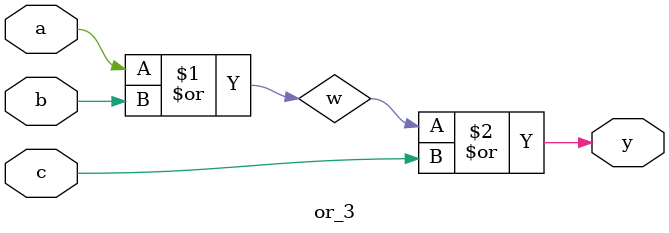
<source format=v>
module or_3(output y, input a, b, c);
	wire w;
	or or1(w, a, b);
	or or2(y, w, c);
endmodule

</source>
